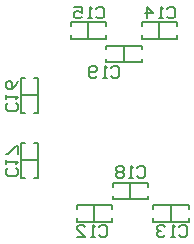
<source format=gbo>
G04*
G04 #@! TF.GenerationSoftware,Altium Limited,Altium Designer,24.4.1 (13)*
G04*
G04 Layer_Color=32896*
%FSLAX25Y25*%
%MOIN*%
G70*
G04*
G04 #@! TF.SameCoordinates,15B434A4-4527-47F9-A3CB-D7505B607EAD*
G04*
G04*
G04 #@! TF.FilePolarity,Positive*
G04*
G01*
G75*
%ADD11C,0.00787*%
%ADD14C,0.00591*%
D11*
X237731Y318241D02*
X238387Y318897D01*
X239698D01*
X240354Y318241D01*
Y315617D01*
X239698Y314961D01*
X238387D01*
X237731Y315617D01*
X236419Y314961D02*
X235107D01*
X235763D01*
Y318897D01*
X236419Y318241D01*
X233139Y315617D02*
X232483Y314961D01*
X231171D01*
X230515Y315617D01*
Y318241D01*
X231171Y318897D01*
X232483D01*
X233139Y318241D01*
Y317585D01*
X232483Y316929D01*
X230515D01*
X246589Y284776D02*
X247245Y285432D01*
X248557D01*
X249213Y284776D01*
Y282153D01*
X248557Y281497D01*
X247245D01*
X246589Y282153D01*
X245277Y281497D02*
X243965D01*
X244621D01*
Y285432D01*
X245277Y284776D01*
X241997D02*
X241341Y285432D01*
X240029D01*
X239373Y284776D01*
Y284120D01*
X240029Y283465D01*
X239373Y282809D01*
Y282153D01*
X240029Y281497D01*
X241341D01*
X241997Y282153D01*
Y282809D01*
X241341Y283465D01*
X241997Y284120D01*
Y284776D01*
X241341Y283465D02*
X240029D01*
X206036Y284907D02*
X206692Y284251D01*
Y282939D01*
X206036Y282283D01*
X203413D01*
X202757Y282939D01*
Y284251D01*
X203413Y284907D01*
X202757Y286219D02*
Y287531D01*
Y286875D01*
X206692D01*
X206036Y286219D01*
X206692Y289499D02*
Y292123D01*
X206036D01*
X203413Y289499D01*
X202757D01*
X206036Y306561D02*
X206692Y305905D01*
Y304593D01*
X206036Y303937D01*
X203413D01*
X202757Y304593D01*
Y305905D01*
X203413Y306561D01*
X202757Y307873D02*
Y309185D01*
Y308529D01*
X206692D01*
X206036Y307873D01*
X206692Y313776D02*
X206036Y312464D01*
X204724Y311153D01*
X203413D01*
X202757Y311808D01*
Y313120D01*
X203413Y313776D01*
X204068D01*
X204724Y313120D01*
Y311153D01*
X232809Y337926D02*
X233465Y338582D01*
X234777D01*
X235433Y337926D01*
Y335302D01*
X234777Y334646D01*
X233465D01*
X232809Y335302D01*
X231497Y334646D02*
X230185D01*
X230841D01*
Y338582D01*
X231497Y337926D01*
X225594Y338582D02*
X228218D01*
Y336614D01*
X226906Y337270D01*
X226250D01*
X225594Y336614D01*
Y335302D01*
X226250Y334646D01*
X227562D01*
X228218Y335302D01*
X256431Y337926D02*
X257087Y338582D01*
X258399D01*
X259055Y337926D01*
Y335302D01*
X258399Y334646D01*
X257087D01*
X256431Y335302D01*
X255119Y334646D02*
X253807D01*
X254463D01*
Y338582D01*
X255119Y337926D01*
X249872Y334646D02*
Y338582D01*
X251840Y336614D01*
X249216D01*
X260368Y265091D02*
X261024Y265747D01*
X262336D01*
X262992Y265091D01*
Y262468D01*
X262336Y261812D01*
X261024D01*
X260368Y262468D01*
X259056Y261812D02*
X257745D01*
X258400D01*
Y265747D01*
X259056Y265091D01*
X255777D02*
X255121Y265747D01*
X253809D01*
X253153Y265091D01*
Y264436D01*
X253809Y263779D01*
X254465D01*
X253809D01*
X253153Y263124D01*
Y262468D01*
X253809Y261812D01*
X255121D01*
X255777Y262468D01*
X233793Y265091D02*
X234449Y265747D01*
X235761D01*
X236417Y265091D01*
Y262468D01*
X235761Y261812D01*
X234449D01*
X233793Y262468D01*
X232482Y261812D02*
X231170D01*
X231826D01*
Y265747D01*
X232482Y265091D01*
X226578Y261812D02*
X229202D01*
X226578Y264436D01*
Y265091D01*
X227234Y265747D01*
X228546D01*
X229202Y265091D01*
D14*
X236221Y325590D02*
X248031D01*
Y324409D02*
Y325590D01*
X236221Y324409D02*
Y325590D01*
X248031Y320079D02*
Y321260D01*
X236221Y320079D02*
X248031D01*
X236221D02*
Y321260D01*
X242126Y320079D02*
Y325590D01*
X238341Y279823D02*
X250152D01*
Y278642D02*
Y279823D01*
X238341Y278642D02*
Y279823D01*
X250152Y274311D02*
Y275492D01*
X238341Y274311D02*
X250152D01*
X238341D02*
Y275492D01*
X244246Y274311D02*
Y279823D01*
X207874Y281496D02*
Y293307D01*
X209055D01*
X207874Y281496D02*
X209055D01*
X212205Y293307D02*
X213386D01*
Y281496D02*
Y293307D01*
X212205Y281496D02*
X213386D01*
X207874Y287402D02*
X213386D01*
X207874Y303150D02*
Y314961D01*
X209055D01*
X207874Y303150D02*
X209055D01*
X212205Y314961D02*
X213386D01*
Y303150D02*
Y314961D01*
X212205Y303150D02*
X213386D01*
X207874Y309055D02*
X213386D01*
X224410Y333465D02*
X236221D01*
Y332283D02*
Y333465D01*
X224410Y332283D02*
Y333465D01*
X236221Y327953D02*
Y329134D01*
X224410Y327953D02*
X236221D01*
X224410D02*
Y329134D01*
X230315Y327953D02*
Y333465D01*
X248031D02*
X259842D01*
Y332283D02*
Y333465D01*
X248031Y332283D02*
Y333465D01*
X259842Y327953D02*
Y329134D01*
X248031Y327953D02*
X259842D01*
X248031D02*
Y329134D01*
X253937Y327953D02*
Y333465D01*
X251969Y266929D02*
X263779D01*
X251969D02*
Y268110D01*
X263779Y266929D02*
Y268110D01*
X251969Y271260D02*
Y272441D01*
X263779D01*
Y271260D02*
Y272441D01*
X257874Y266929D02*
Y272441D01*
X226378Y266929D02*
X238189D01*
X226378D02*
Y268110D01*
X238189Y266929D02*
Y268110D01*
X226378Y271260D02*
Y272441D01*
X238189D01*
Y271260D02*
Y272441D01*
X232283Y266929D02*
Y272441D01*
M02*

</source>
